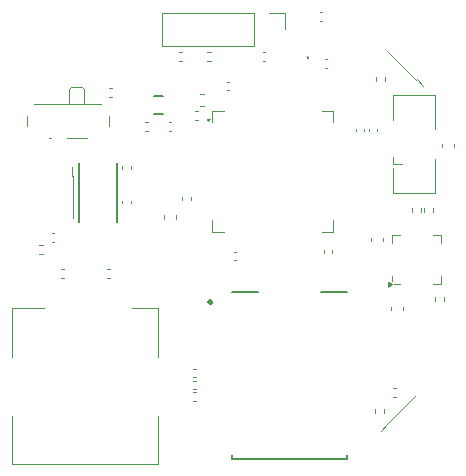
<source format=gbr>
%TF.GenerationSoftware,KiCad,Pcbnew,9.0.2*%
%TF.CreationDate,2025-07-15T12:28:35-04:00*%
%TF.ProjectId,GPSWatch,47505357-6174-4636-982e-6b696361645f,rev?*%
%TF.SameCoordinates,Original*%
%TF.FileFunction,Legend,Top*%
%TF.FilePolarity,Positive*%
%FSLAX46Y46*%
G04 Gerber Fmt 4.6, Leading zero omitted, Abs format (unit mm)*
G04 Created by KiCad (PCBNEW 9.0.2) date 2025-07-15 12:28:35*
%MOMM*%
%LPD*%
G01*
G04 APERTURE LIST*
%ADD10C,0.120000*%
%ADD11C,0.200000*%
%ADD12C,0.127000*%
%ADD13C,0.100000*%
%ADD14C,0.300000*%
G04 APERTURE END LIST*
D10*
%TO.C,U2*%
X125636200Y-113436594D02*
X125500000Y-113300000D01*
X125750000Y-113300000D01*
X125636200Y-113436594D01*
G36*
X125636200Y-113436594D02*
G01*
X125500000Y-113300000D01*
X125750000Y-113300000D01*
X125636200Y-113436594D01*
G37*
X125990000Y-112590000D02*
X125990000Y-113540000D01*
X125990000Y-122810000D02*
X125990000Y-121860000D01*
X126940000Y-112590000D02*
X125990000Y-112590000D01*
X126940000Y-122810000D02*
X125990000Y-122810000D01*
X135260000Y-112590000D02*
X136210000Y-112590000D01*
X135260000Y-122810000D02*
X136210000Y-122810000D01*
X136210000Y-112590000D02*
X136210000Y-113540000D01*
X136210000Y-122810000D02*
X136210000Y-121860000D01*
%TO.C,C15*%
X124732836Y-113360000D02*
X124517164Y-113360000D01*
X124732836Y-112640000D02*
X124517164Y-112640000D01*
%TO.C,SW1*%
X110300000Y-113050000D02*
X110300000Y-113840000D01*
X112350000Y-114890000D02*
X112150000Y-114890000D01*
X113850000Y-110750000D02*
X113850000Y-112040000D01*
X113850000Y-110750000D02*
X114050000Y-110540000D01*
X114950000Y-110540000D02*
X114050000Y-110540000D01*
X115150000Y-110750000D02*
X114950000Y-110540000D01*
X115150000Y-112040000D02*
X115150000Y-110750000D01*
X115350000Y-114890000D02*
X113650000Y-114890000D01*
X116600000Y-112040000D02*
X110900000Y-112040000D01*
X117200000Y-113840000D02*
X117200000Y-113050000D01*
%TO.C,R11*%
X139820000Y-109746359D02*
X139820000Y-110053641D01*
X140580000Y-109746359D02*
X140580000Y-110053641D01*
%TO.C,C1*%
X146475500Y-115640580D02*
X146475500Y-115359420D01*
X145455500Y-115640580D02*
X145455500Y-115359420D01*
%TO.C,U4*%
X141165000Y-127285000D02*
X140835000Y-127525000D01*
X140835000Y-127045000D01*
X141165000Y-127285000D01*
G36*
X141165000Y-127285000D02*
G01*
X140835000Y-127525000D01*
X140835000Y-127045000D01*
X141165000Y-127285000D01*
G37*
X141165000Y-123065000D02*
X141890000Y-123065000D01*
X141165000Y-123790000D02*
X141165000Y-123065000D01*
X141165000Y-126560000D02*
X141165000Y-126985000D01*
X141890000Y-127285000D02*
X141405000Y-127285000D01*
X145385000Y-123065000D02*
X144660000Y-123065000D01*
X145385000Y-123790000D02*
X145385000Y-123065000D01*
X145385000Y-126560000D02*
X145385000Y-127285000D01*
X145385000Y-127285000D02*
X144660000Y-127285000D01*
%TO.C,C2*%
X142110000Y-129159420D02*
X142110000Y-129440580D01*
X141090000Y-129159420D02*
X141090000Y-129440580D01*
%TO.C,TH1*%
X145580000Y-128346359D02*
X145580000Y-128653641D01*
X144820000Y-128346359D02*
X144820000Y-128653641D01*
%TO.C,J2*%
X144815500Y-119550000D02*
X144815500Y-116650000D01*
X144815500Y-111250000D02*
X144815500Y-114150000D01*
X142015500Y-117100000D02*
X141265500Y-117100000D01*
X141265500Y-119550000D02*
X144815500Y-119550000D01*
X141265500Y-117400000D02*
X141265500Y-119550000D01*
X141265500Y-117100000D02*
X141265500Y-116500000D01*
X141265500Y-113400000D02*
X141265500Y-111250000D01*
X141265500Y-111250000D02*
X144815500Y-111250000D01*
%TO.C,SW5*%
X114110000Y-117350000D02*
X114110000Y-118150000D01*
X114150000Y-118150000D02*
X114110000Y-118150000D01*
X114150000Y-118150000D02*
X114150000Y-121650000D01*
%TO.C,R1*%
X143680000Y-120846359D02*
X143680000Y-121153641D01*
X142920000Y-120846359D02*
X142920000Y-121153641D01*
%TO.C,C18*%
X135492164Y-108960000D02*
X135707836Y-108960000D01*
X135492164Y-108240000D02*
X135707836Y-108240000D01*
%TO.C,R8*%
X113453641Y-126020000D02*
X113146359Y-126020000D01*
X113453641Y-126780000D02*
X113146359Y-126780000D01*
%TO.C,C17*%
X130252164Y-107620000D02*
X130467836Y-107620000D01*
X130252164Y-108340000D02*
X130467836Y-108340000D01*
%TO.C,C20*%
X112607836Y-122940000D02*
X112392164Y-122940000D01*
X112607836Y-123660000D02*
X112392164Y-123660000D01*
D11*
%TO.C,IC2*%
X134050000Y-108100000D02*
X134050000Y-108100000D01*
X134050000Y-108000000D02*
X134050000Y-108000000D01*
X134050000Y-108000000D02*
X134050000Y-108000000D01*
X134050000Y-108100000D02*
G75*
G02*
X134050000Y-108000000I0J50000D01*
G01*
X134050000Y-108100000D02*
G75*
G02*
X134050000Y-108000000I0J50000D01*
G01*
X134050000Y-108000000D02*
G75*
G02*
X134050000Y-108100000I0J-50000D01*
G01*
D10*
%TO.C,R12*%
X139770000Y-138153641D02*
X139770000Y-137846359D01*
X140530000Y-138153641D02*
X140530000Y-137846359D01*
%TO.C,C19*%
X135092164Y-104960000D02*
X135307836Y-104960000D01*
X135092164Y-104240000D02*
X135307836Y-104240000D01*
%TO.C,C3*%
X139390000Y-123359420D02*
X139390000Y-123640580D01*
X140410000Y-123359420D02*
X140410000Y-123640580D01*
%TO.C,C9*%
X139960000Y-114092164D02*
X139960000Y-114307836D01*
X139240000Y-114092164D02*
X139240000Y-114307836D01*
D12*
%TO.C,Y2*%
X121780000Y-111350000D02*
X121020000Y-111350000D01*
X121780000Y-112850000D02*
X121020000Y-112850000D01*
D10*
%TO.C,R3*%
X117196359Y-110660000D02*
X117503641Y-110660000D01*
X117196359Y-111420000D02*
X117503641Y-111420000D01*
%TO.C,J5*%
X121760000Y-104320000D02*
X121760000Y-107080000D01*
X129490000Y-104320000D02*
X121760000Y-104320000D01*
X129490000Y-104320000D02*
X129490000Y-107080000D01*
X129490000Y-107080000D02*
X121760000Y-107080000D01*
X130760000Y-104320000D02*
X132140000Y-104320000D01*
X132140000Y-104320000D02*
X132140000Y-105700000D01*
%TO.C,C10*%
X138860000Y-114092164D02*
X138860000Y-114307836D01*
X138140000Y-114092164D02*
X138140000Y-114307836D01*
%TO.C,C13*%
X118340000Y-117507836D02*
X118340000Y-117292164D01*
X119060000Y-117507836D02*
X119060000Y-117292164D01*
%TO.C,C11*%
X122292164Y-113540000D02*
X122507836Y-113540000D01*
X122292164Y-114260000D02*
X122507836Y-114260000D01*
%TO.C,R10*%
X141246359Y-136070000D02*
X141553641Y-136070000D01*
X141246359Y-136830000D02*
X141553641Y-136830000D01*
%TO.C,R6*%
X111346359Y-123920000D02*
X111653641Y-123920000D01*
X111346359Y-124680000D02*
X111653641Y-124680000D01*
D12*
%TO.C,Y3*%
X114700000Y-117000000D02*
X114700000Y-122000000D01*
X117900000Y-117000000D02*
X117900000Y-122000000D01*
D10*
%TO.C,SW3*%
X143255096Y-109965361D02*
X140780223Y-107490488D01*
X143255096Y-109965361D02*
X143283381Y-109937077D01*
X143849066Y-110502763D02*
X143283381Y-109937077D01*
%TO.C,C12*%
X120507836Y-114260000D02*
X120292164Y-114260000D01*
X120507836Y-113540000D02*
X120292164Y-113540000D01*
%TO.C,R5*%
X125546359Y-108380000D02*
X125853641Y-108380000D01*
X125546359Y-107620000D02*
X125853641Y-107620000D01*
%TO.C,C23*%
X124607836Y-134440000D02*
X124392164Y-134440000D01*
X124607836Y-135160000D02*
X124392164Y-135160000D01*
%TO.C,R4*%
X123453641Y-108380000D02*
X123146359Y-108380000D01*
X123453641Y-107620000D02*
X123146359Y-107620000D01*
%TO.C,C14*%
X118340000Y-120192164D02*
X118340000Y-120407836D01*
X119060000Y-120192164D02*
X119060000Y-120407836D01*
%TO.C,C21*%
X124607836Y-136440000D02*
X124392164Y-136440000D01*
X124607836Y-137160000D02*
X124392164Y-137160000D01*
%TO.C,C6*%
X135440000Y-124392164D02*
X135440000Y-124607836D01*
X136160000Y-124392164D02*
X136160000Y-124607836D01*
%TO.C,C7*%
X128007836Y-124540000D02*
X127792164Y-124540000D01*
X128007836Y-125260000D02*
X127792164Y-125260000D01*
%TO.C,FB1*%
X121915000Y-121437221D02*
X121915000Y-121762779D01*
X122935000Y-121437221D02*
X122935000Y-121762779D01*
%TO.C,C4*%
X124984420Y-111190000D02*
X125265580Y-111190000D01*
X124984420Y-112210000D02*
X125265580Y-112210000D01*
%TO.C,C8*%
X123440000Y-120127836D02*
X123440000Y-119912164D01*
X124160000Y-120127836D02*
X124160000Y-119912164D01*
%TO.C,R2*%
X144680000Y-120846359D02*
X144680000Y-121153641D01*
X143920000Y-120846359D02*
X143920000Y-121153641D01*
%TO.C,R9*%
X117046359Y-126020000D02*
X117353641Y-126020000D01*
X117046359Y-126780000D02*
X117353641Y-126780000D01*
%TO.C,C5*%
X127192164Y-110860000D02*
X127407836Y-110860000D01*
X127192164Y-110140000D02*
X127407836Y-110140000D01*
%TO.C,SW4*%
X140247237Y-139699066D02*
X140812923Y-139133381D01*
X140784639Y-139105096D02*
X140812923Y-139133381D01*
X140784639Y-139105096D02*
X143259512Y-136630223D01*
%TO.C,C22*%
X124607836Y-135440000D02*
X124392164Y-135440000D01*
X124607836Y-136160000D02*
X124392164Y-136160000D01*
D13*
%TO.C,U3*%
X109000000Y-129300000D02*
X111700000Y-129300000D01*
X109000000Y-133400000D02*
X109000000Y-129300000D01*
X109000000Y-142500000D02*
X109000000Y-138400000D01*
X121400000Y-129300000D02*
X119200000Y-129300000D01*
X121400000Y-133400000D02*
X121400000Y-129300000D01*
X121400000Y-138400000D02*
X121400000Y-142500000D01*
X121400000Y-142500000D02*
X109000000Y-142500000D01*
D12*
%TO.C,U1*%
X127625000Y-127925000D02*
X129850000Y-127925000D01*
X127625000Y-141700000D02*
X127625000Y-142075000D01*
X127625000Y-142075000D02*
X137375000Y-142075000D01*
X135150000Y-127925000D02*
X137375000Y-127925000D01*
X137375000Y-142075000D02*
X137375000Y-141700000D01*
D14*
X125900000Y-128800000D02*
G75*
G02*
X125700000Y-128800000I-100000J0D01*
G01*
X125700000Y-128800000D02*
G75*
G02*
X125900000Y-128800000I100000J0D01*
G01*
%TD*%
M02*

</source>
